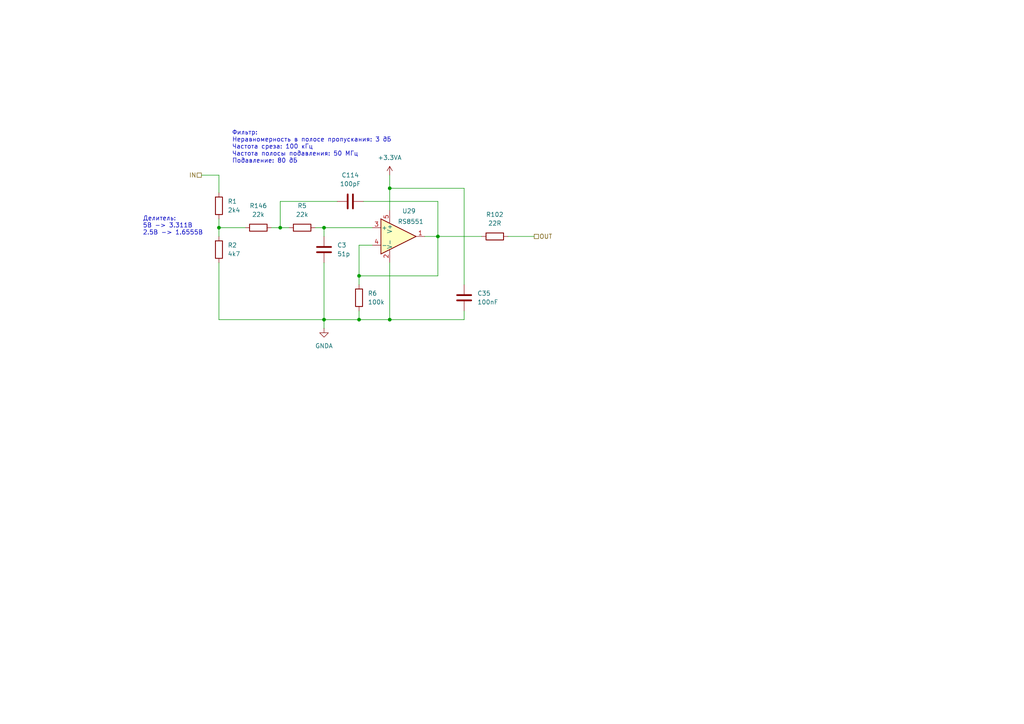
<source format=kicad_sch>
(kicad_sch (version 20231120) (generator "eeschema") (generator_version "8.0")
  (paper "A4")
  (lib_symbols
    (symbol "Device:C" (pin_numbers hide) (pin_names (offset 0.254))
      (property "Reference" "C" (at 0.635 2.54 0))
      (property "Value" "C" (at 0.635 -2.54 0))
      (symbol "C_0_1"
        (polyline (pts (xy -2.032 -0.762) (xy 2.032 -0.762)) (stroke (width 0.508)))
        (polyline (pts (xy -2.032 0.762) (xy 2.032 0.762)) (stroke (width 0.508)))
      )
      (symbol "C_1_1"
        (pin passive line (at 0 3.81 270) (length 2.794) (name "~") (number "1"))
        (pin passive line (at 0 -3.81 90) (length 2.794) (name "~") (number "2"))
      )
    )
    (symbol "Device:R" (pin_numbers hide) (pin_names (offset 0))
      (property "Reference" "R" (at 2.032 0 90))
      (property "Value" "R" (at 0 0 90))
      (symbol "R_0_1"
        (rectangle (start -1.016 -2.54) (end 1.016 2.54) (stroke (width 0.254)))
      )
      (symbol "R_1_1"
        (pin passive line (at 0 3.81 270) (length 1.27) (name "~") (number "1"))
        (pin passive line (at 0 -3.81 90) (length 1.27) (name "~") (number "2"))
      )
    )
    (symbol "main:RS8551" (pin_names (offset 0.127))
      (property "Reference" "U" (at 0 5.08 0))
      (property "Value" "RS8551" (at 0 -5.08 0))
      (symbol "RS8551_0_1"
        (polyline (pts (xy -5.08 5.08) (xy 5.08 0) (xy -5.08 -5.08) (xy -5.08 5.08)) (stroke (width 0.254)) (fill (type background)))
        (pin power_in line (at -2.54 -7.62 90) (length 3.81) (name "V-") (number "2"))
        (pin power_in line (at -2.54 7.62 270) (length 3.81) (name "V+") (number "5"))
      )
      (symbol "RS8551_1_1"
        (pin output line (at 7.62 0 180) (length 2.54) (name "~") (number "1"))
        (pin input line (at -7.62 2.54 0) (length 2.54) (name "+") (number "3"))
        (pin input line (at -7.62 -2.54 0) (length 2.54) (name "-") (number "4"))
      )
    )
    (symbol "power:+3.3VA" (power) (pin_numbers hide) (pin_names (offset 0) hide)
      (property "Value" "+3.3VA" (at 0 3.556 0))
      (symbol "+3.3VA_0_1"
        (polyline (pts (xy -0.762 1.27) (xy 0 2.54)))
        (polyline (pts (xy 0 0) (xy 0 2.54)))
        (polyline (pts (xy 0 2.54) (xy 0.762 1.27)))
      )
      (symbol "+3.3VA_1_1"
        (pin power_in line (at 0 0 90) (length 0) (name "~") (number "1"))
      )
    )
    (symbol "power:GNDA" (power) (pin_numbers hide) (pin_names (offset 0) hide)
      (property "Value" "GNDA" (at 0 -3.81 0))
      (symbol "GNDA_0_1"
        (polyline (pts (xy 0 0) (xy 0 -1.27) (xy 1.27 -1.27) (xy 0 -2.54) (xy -1.27 -1.27) (xy 0 -1.27)))
      )
      (symbol "GNDA_1_1"
        (pin power_in line (at 0 0 270) (length 0) (name "~") (number "1"))
      )
    )
  )
  (junction (at 127 68.58))
  (junction (at 104.14 92.71))
  (junction (at 113.03 92.71))
  (junction (at 81.28 66.04))
  (junction (at 93.98 92.71))
  (junction (at 113.03 54.61))
  (junction (at 93.98 66.04))
  (junction (at 104.14 80.01))
  (junction (at 63.5 66.04))
  (wire (pts (xy 113.03 54.61) (xy 113.03 60.96)))
  (wire (pts (xy 104.14 92.71) (xy 113.03 92.71)))
  (wire (pts (xy 127 80.01) (xy 127 68.58)))
  (wire (pts (xy 93.98 66.04) (xy 107.95 66.04)))
  (wire (pts (xy 81.28 66.04) (xy 83.82 66.04)))
  (wire (pts (xy 113.03 76.2) (xy 113.03 92.71)))
  (wire (pts (xy 127 68.58) (xy 139.7 68.58)))
  (wire (pts (xy 104.14 80.01) (xy 104.14 82.55)))
  (wire (pts (xy 123.19 68.58) (xy 127 68.58)))
  (wire (pts (xy 97.79 58.42) (xy 81.28 58.42)))
  (wire (pts (xy 78.74 66.04) (xy 81.28 66.04)))
  (wire (pts (xy 93.98 92.71) (xy 104.14 92.71)))
  (wire (pts (xy 63.5 50.8) (xy 63.5 55.88)))
  (wire (pts (xy 63.5 63.5) (xy 63.5 66.04)))
  (wire (pts (xy 113.03 50.8) (xy 113.03 54.61)))
  (wire (pts (xy 63.5 92.71) (xy 93.98 92.71)))
  (wire (pts (xy 127 58.42) (xy 127 68.58)))
  (wire (pts (xy 104.14 90.17) (xy 104.14 92.71)))
  (wire (pts (xy 134.62 90.17) (xy 134.62 92.71)))
  (wire (pts (xy 105.41 58.42) (xy 127 58.42)))
  (wire (pts (xy 113.03 92.71) (xy 134.62 92.71)))
  (wire (pts (xy 81.28 58.42) (xy 81.28 66.04)))
  (wire (pts (xy 63.5 50.8) (xy 58.42 50.8)))
  (wire (pts (xy 134.62 54.61) (xy 113.03 54.61)))
  (wire (pts (xy 93.98 76.2) (xy 93.98 92.71)))
  (wire (pts (xy 104.14 80.01) (xy 127 80.01)))
  (wire (pts (xy 91.44 66.04) (xy 93.98 66.04)))
  (wire (pts (xy 134.62 82.55) (xy 134.62 54.61)))
  (wire (pts (xy 63.5 76.2) (xy 63.5 92.71)))
  (wire (pts (xy 63.5 66.04) (xy 71.12 66.04)))
  (wire (pts (xy 147.32 68.58) (xy 154.94 68.58)))
  (wire (pts (xy 107.95 71.12) (xy 104.14 71.12)))
  (wire (pts (xy 63.5 66.04) (xy 63.5 68.58)))
  (wire (pts (xy 93.98 92.71) (xy 93.98 95.25)))
  (wire (pts (xy 104.14 71.12) (xy 104.14 80.01)))
  (wire (pts (xy 93.98 66.04) (xy 93.98 68.58)))
  (text "Фильтр:\nНеравномерность в полосе пропускания: 3 дБ\nЧастота среза: 100 кГц\nЧастота полосы подавления: 50 МГц\nПодавление: 80 дБ" (at 67.31 42.672 0) (effects (font (size 1.27 1.27)) (justify left)))
  (text "Делитель:\n5В -> 3.311В\n2.5В -> 1.6555В" (at 41.402 65.532 0) (effects (font (size 1.27 1.27)) (justify left)))
  (hierarchical_label "OUT" (shape passive) (at 154.94 68.58 0))
  (hierarchical_label "IN" (shape passive) (at 58.42 50.8 180))
  (symbol (lib_id "Device:C") (at 134.62 86.36 0) (unit 1)
    (property "Reference" "C35" (at 138.43 85.0899 0) (effects (justify left)))
    (property "Value" "100nF" (at 138.43 87.6299 0) (effects (justify left)))
    (property "Footprint" "Capacitor_SMD:C_0805_2012Metric" (effects (hide yes)))
    (property "Description" "Unpolarized capacitor" (effects (hide yes)))
    (instances (project "main" (path "" (reference "C35") (unit 1)) (path "" (reference "C37") (unit 1)) (path "" (reference "C36") (unit 1))))
  )
  (symbol (lib_id "Device:R") (at 63.5 72.39 0) (unit 1)
    (property "Reference" "R2" (at 66.04 71.1199 0) (effects (justify left)))
    (property "Value" "4k7" (at 66.04 73.6599 0) (effects (justify left)))
    (property "Footprint" "Resistor_SMD:R_0805_2012Metric" (effects (hide yes)))
    (property "Description" "Resistor" (effects (hide yes)))
    (instances (project "main" (path "" (reference "R2") (unit 1)) (path "" (reference "R15") (unit 1)) (path "" (reference "R10") (unit 1))))
  )
  (symbol (lib_id "Device:R") (at 87.63 66.04 90) (unit 1)
    (property "Reference" "R5" (at 87.63 59.69 90))
    (property "Value" "22k" (at 87.63 62.23 90))
    (property "Footprint" "Resistor_SMD:R_0805_2012Metric" (effects (hide yes)))
    (property "Description" "Resistor" (effects (hide yes)))
    (instances (project "main" (path "" (reference "R5") (unit 1)) (path "" (reference "R17") (unit 1)) (path "" (reference "R12") (unit 1))))
  )
  (symbol (lib_id "Device:R") (at 74.93 66.04 90) (unit 1)
    (property "Reference" "R146" (at 74.93 59.69 90))
    (property "Value" "22k" (at 74.93 62.23 90))
    (property "Footprint" "Resistor_SMD:R_0805_2012Metric" (effects (hide yes)))
    (property "Description" "Resistor" (effects (hide yes)))
    (instances (project "main" (path "" (reference "R146") (unit 1)) (path "" (reference "R16") (unit 1)) (path "" (reference "R11") (unit 1))))
  )
  (symbol (lib_id "Device:R") (at 104.14 86.36 180) (unit 1)
    (property "Reference" "R6" (at 106.68 85.0899 0) (effects (justify right)))
    (property "Value" "100k" (at 106.68 87.6299 0) (effects (justify right)))
    (property "Footprint" "Resistor_SMD:R_0805_2012Metric" (effects (hide yes)))
    (property "Description" "Resistor" (effects (hide yes)))
    (instances (project "main" (path "" (reference "R6") (unit 1)) (path "" (reference "R18") (unit 1)) (path "" (reference "R13") (unit 1))))
  )
  (symbol (lib_id "Device:C") (at 93.98 72.39 0) (unit 1)
    (property "Reference" "C3" (at 97.79 71.1199 0) (effects (justify left)))
    (property "Value" "51p" (at 97.79 73.6599 0) (effects (justify left)))
    (property "Footprint" "Capacitor_SMD:C_0805_2012Metric" (effects (hide yes)))
    (property "Description" "Unpolarized capacitor" (effects (hide yes)))
    (instances (project "main" (path "" (reference "C3") (unit 1)) (path "" (reference "C8") (unit 1)) (path "" (reference "C6") (unit 1))))
  )
  (symbol (lib_id "Device:R") (at 143.51 68.58 90) (unit 1)
    (property "Reference" "R102" (at 143.51 62.23 90))
    (property "Value" "22R" (at 143.51 64.77 90))
    (property "Footprint" "Resistor_SMD:R_0805_2012Metric" (effects (hide yes)))
    (property "Description" "Resistor" (effects (hide yes)))
    (instances (project "main" (path "" (reference "R102") (unit 1)) (path "" (reference "R104") (unit 1)) (path "" (reference "R103") (unit 1))))
  )
  (symbol (lib_id "main:RS8551") (at 115.57 68.58 0) (unit 1)
    (property "Reference" "U29" (at 118.618 61.214 0))
    (property "Value" "RS8551" (at 119.126 64.262 0))
    (property "Footprint" "Package_TO_SOT_SMD:TSOT-23-5" (effects (hide yes)))
    (property "Datasheet" "https://www.run-ic.com/en/details/9/11.html" (effects (hide yes)))
    (property "Description" "The RS8551,RS8552,RS8554,RS8553(dual version &shutdown)series of CMOS operational amplifiers use auto-zero techniques to simultaneously provide very low offset voltage (5μV max) and near-zero drift over time and temperature. This family of amplifiers has ultralow noise, offset and power." (effects (hide yes)))
    (instances (project "main" (path "" (reference "U29") (unit 1)) (path "" (reference "U6") (unit 1)) (path "" (reference "U5") (unit 1))))
  )
  (symbol (lib_id "Device:C") (at 101.6 58.42 270) (unit 1)
    (property "Reference" "C114" (at 101.6 50.8 90))
    (property "Value" "100pF" (at 101.6 53.34 90))
    (property "Footprint" "Capacitor_SMD:C_0805_2012Metric" (effects (hide yes)))
    (property "Description" "Unpolarized capacitor" (effects (hide yes)))
    (instances (project "main" (path "" (reference "C114") (unit 1)) (path "" (reference "C9") (unit 1)) (path "" (reference "C7") (unit 1))))
  )
  (symbol (lib_id "power:+3.3VA") (at 113.03 50.8 0) (unit 1)
    (property "Reference" "#PWR149" (effects (hide yes)))
    (property "Value" "+3.3VA" (at 113.03 45.72 0))
    (property "Description" "Power symbol creates a global label with name \"+3.3VA\"" (effects (hide yes)))
    (instances (project "main" (path "" (reference "#PWR149") (unit 1)) (path "" (reference "#PWR12") (unit 1)) (path "" (reference "#PWR10") (unit 1))))
  )
  (symbol (lib_id "power:GNDA") (at 93.98 95.25 0) (unit 1)
    (property "Reference" "#PWR148" (effects (hide yes)))
    (property "Value" "GNDA" (at 93.98 100.33 0))
    (property "Description" "Power symbol creates a global label with name \"GNDA\" , analog ground" (effects (hide yes)))
    (instances (project "main" (path "" (reference "#PWR148") (unit 1)) (path "" (reference "#PWR11") (unit 1)) (path "" (reference "#PWR9") (unit 1))))
  )
  (symbol (lib_id "Device:R") (at 63.5 59.69 0) (unit 1)
    (property "Reference" "R1" (at 66.04 58.4199 0) (effects (justify left)))
    (property "Value" "2k4" (at 66.04 60.9599 0) (effects (justify left)))
    (property "Footprint" "Resistor_SMD:R_0805_2012Metric" (effects (hide yes)))
    (property "Description" "Resistor" (effects (hide yes)))
    (instances (project "main" (path "" (reference "R1") (unit 1)) (path "" (reference "R14") (unit 1)) (path "" (reference "R9") (unit 1))))
  )
)
</source>
